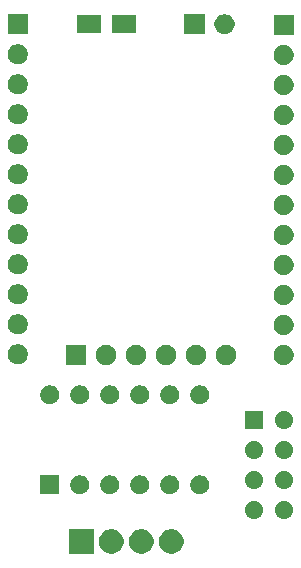
<source format=gbr>
G04 #@! TF.GenerationSoftware,KiCad,Pcbnew,(5.1.5)-3*
G04 #@! TF.CreationDate,2020-07-22T22:43:47-05:00*
G04 #@! TF.ProjectId,LightDriverShieldVer2,4c696768-7444-4726-9976-657253686965,rev?*
G04 #@! TF.SameCoordinates,Original*
G04 #@! TF.FileFunction,Soldermask,Bot*
G04 #@! TF.FilePolarity,Negative*
%FSLAX46Y46*%
G04 Gerber Fmt 4.6, Leading zero omitted, Abs format (unit mm)*
G04 Created by KiCad (PCBNEW (5.1.5)-3) date 2020-07-22 22:43:47*
%MOMM*%
%LPD*%
G04 APERTURE LIST*
%ADD10C,0.100000*%
G04 APERTURE END LIST*
D10*
G36*
X106420000Y-136850000D02*
G01*
X104320000Y-136850000D01*
X104320000Y-134750000D01*
X106420000Y-134750000D01*
X106420000Y-136850000D01*
G37*
G36*
X108038687Y-134755027D02*
G01*
X108216274Y-134790350D01*
X108407362Y-134869502D01*
X108579336Y-134984411D01*
X108725589Y-135130664D01*
X108840498Y-135302638D01*
X108919650Y-135493726D01*
X108960000Y-135696584D01*
X108960000Y-135903416D01*
X108919650Y-136106274D01*
X108840498Y-136297362D01*
X108725589Y-136469336D01*
X108579336Y-136615589D01*
X108407362Y-136730498D01*
X108216274Y-136809650D01*
X108038687Y-136844973D01*
X108013417Y-136850000D01*
X107806583Y-136850000D01*
X107781313Y-136844973D01*
X107603726Y-136809650D01*
X107412638Y-136730498D01*
X107240664Y-136615589D01*
X107094411Y-136469336D01*
X106979502Y-136297362D01*
X106900350Y-136106274D01*
X106860000Y-135903416D01*
X106860000Y-135696584D01*
X106900350Y-135493726D01*
X106979502Y-135302638D01*
X107094411Y-135130664D01*
X107240664Y-134984411D01*
X107412638Y-134869502D01*
X107603726Y-134790350D01*
X107781313Y-134755027D01*
X107806583Y-134750000D01*
X108013417Y-134750000D01*
X108038687Y-134755027D01*
G37*
G36*
X113118687Y-134755027D02*
G01*
X113296274Y-134790350D01*
X113487362Y-134869502D01*
X113659336Y-134984411D01*
X113805589Y-135130664D01*
X113920498Y-135302638D01*
X113999650Y-135493726D01*
X114040000Y-135696584D01*
X114040000Y-135903416D01*
X113999650Y-136106274D01*
X113920498Y-136297362D01*
X113805589Y-136469336D01*
X113659336Y-136615589D01*
X113487362Y-136730498D01*
X113296274Y-136809650D01*
X113118687Y-136844973D01*
X113093417Y-136850000D01*
X112886583Y-136850000D01*
X112861313Y-136844973D01*
X112683726Y-136809650D01*
X112492638Y-136730498D01*
X112320664Y-136615589D01*
X112174411Y-136469336D01*
X112059502Y-136297362D01*
X111980350Y-136106274D01*
X111940000Y-135903416D01*
X111940000Y-135696584D01*
X111980350Y-135493726D01*
X112059502Y-135302638D01*
X112174411Y-135130664D01*
X112320664Y-134984411D01*
X112492638Y-134869502D01*
X112683726Y-134790350D01*
X112861313Y-134755027D01*
X112886583Y-134750000D01*
X113093417Y-134750000D01*
X113118687Y-134755027D01*
G37*
G36*
X110578687Y-134755027D02*
G01*
X110756274Y-134790350D01*
X110947362Y-134869502D01*
X111119336Y-134984411D01*
X111265589Y-135130664D01*
X111380498Y-135302638D01*
X111459650Y-135493726D01*
X111500000Y-135696584D01*
X111500000Y-135903416D01*
X111459650Y-136106274D01*
X111380498Y-136297362D01*
X111265589Y-136469336D01*
X111119336Y-136615589D01*
X110947362Y-136730498D01*
X110756274Y-136809650D01*
X110578687Y-136844973D01*
X110553417Y-136850000D01*
X110346583Y-136850000D01*
X110321313Y-136844973D01*
X110143726Y-136809650D01*
X109952638Y-136730498D01*
X109780664Y-136615589D01*
X109634411Y-136469336D01*
X109519502Y-136297362D01*
X109440350Y-136106274D01*
X109400000Y-135903416D01*
X109400000Y-135696584D01*
X109440350Y-135493726D01*
X109519502Y-135302638D01*
X109634411Y-135130664D01*
X109780664Y-134984411D01*
X109952638Y-134869502D01*
X110143726Y-134790350D01*
X110321313Y-134755027D01*
X110346583Y-134750000D01*
X110553417Y-134750000D01*
X110578687Y-134755027D01*
G37*
G36*
X122713195Y-132377522D02*
G01*
X122762267Y-132387283D01*
X122900942Y-132444724D01*
X123025747Y-132528116D01*
X123131884Y-132634253D01*
X123215276Y-132759058D01*
X123272717Y-132897733D01*
X123302000Y-133044950D01*
X123302000Y-133195050D01*
X123272717Y-133342267D01*
X123215276Y-133480942D01*
X123131884Y-133605747D01*
X123025747Y-133711884D01*
X122900942Y-133795276D01*
X122762267Y-133852717D01*
X122713195Y-133862478D01*
X122615052Y-133882000D01*
X122464948Y-133882000D01*
X122366805Y-133862478D01*
X122317733Y-133852717D01*
X122179058Y-133795276D01*
X122054253Y-133711884D01*
X121948116Y-133605747D01*
X121864724Y-133480942D01*
X121807283Y-133342267D01*
X121778000Y-133195050D01*
X121778000Y-133044950D01*
X121807283Y-132897733D01*
X121864724Y-132759058D01*
X121948116Y-132634253D01*
X122054253Y-132528116D01*
X122179058Y-132444724D01*
X122317733Y-132387283D01*
X122366805Y-132377522D01*
X122464948Y-132358000D01*
X122615052Y-132358000D01*
X122713195Y-132377522D01*
G37*
G36*
X120173195Y-132377522D02*
G01*
X120222267Y-132387283D01*
X120360942Y-132444724D01*
X120485747Y-132528116D01*
X120591884Y-132634253D01*
X120675276Y-132759058D01*
X120732717Y-132897733D01*
X120762000Y-133044950D01*
X120762000Y-133195050D01*
X120732717Y-133342267D01*
X120675276Y-133480942D01*
X120591884Y-133605747D01*
X120485747Y-133711884D01*
X120360942Y-133795276D01*
X120222267Y-133852717D01*
X120173195Y-133862478D01*
X120075052Y-133882000D01*
X119924948Y-133882000D01*
X119826805Y-133862478D01*
X119777733Y-133852717D01*
X119639058Y-133795276D01*
X119514253Y-133711884D01*
X119408116Y-133605747D01*
X119324724Y-133480942D01*
X119267283Y-133342267D01*
X119238000Y-133195050D01*
X119238000Y-133044950D01*
X119267283Y-132897733D01*
X119324724Y-132759058D01*
X119408116Y-132634253D01*
X119514253Y-132528116D01*
X119639058Y-132444724D01*
X119777733Y-132387283D01*
X119826805Y-132377522D01*
X119924948Y-132358000D01*
X120075052Y-132358000D01*
X120173195Y-132377522D01*
G37*
G36*
X113093351Y-130230743D02*
G01*
X113238941Y-130291048D01*
X113369970Y-130378599D01*
X113481401Y-130490030D01*
X113568952Y-130621059D01*
X113629257Y-130766649D01*
X113660000Y-130921206D01*
X113660000Y-131078794D01*
X113629257Y-131233351D01*
X113568952Y-131378941D01*
X113481401Y-131509970D01*
X113369970Y-131621401D01*
X113238941Y-131708952D01*
X113093351Y-131769257D01*
X112938794Y-131800000D01*
X112781206Y-131800000D01*
X112626649Y-131769257D01*
X112481059Y-131708952D01*
X112350030Y-131621401D01*
X112238599Y-131509970D01*
X112151048Y-131378941D01*
X112090743Y-131233351D01*
X112060000Y-131078794D01*
X112060000Y-130921206D01*
X112090743Y-130766649D01*
X112151048Y-130621059D01*
X112238599Y-130490030D01*
X112350030Y-130378599D01*
X112481059Y-130291048D01*
X112626649Y-130230743D01*
X112781206Y-130200000D01*
X112938794Y-130200000D01*
X113093351Y-130230743D01*
G37*
G36*
X115633351Y-130230743D02*
G01*
X115778941Y-130291048D01*
X115909970Y-130378599D01*
X116021401Y-130490030D01*
X116108952Y-130621059D01*
X116169257Y-130766649D01*
X116200000Y-130921206D01*
X116200000Y-131078794D01*
X116169257Y-131233351D01*
X116108952Y-131378941D01*
X116021401Y-131509970D01*
X115909970Y-131621401D01*
X115778941Y-131708952D01*
X115633351Y-131769257D01*
X115478794Y-131800000D01*
X115321206Y-131800000D01*
X115166649Y-131769257D01*
X115021059Y-131708952D01*
X114890030Y-131621401D01*
X114778599Y-131509970D01*
X114691048Y-131378941D01*
X114630743Y-131233351D01*
X114600000Y-131078794D01*
X114600000Y-130921206D01*
X114630743Y-130766649D01*
X114691048Y-130621059D01*
X114778599Y-130490030D01*
X114890030Y-130378599D01*
X115021059Y-130291048D01*
X115166649Y-130230743D01*
X115321206Y-130200000D01*
X115478794Y-130200000D01*
X115633351Y-130230743D01*
G37*
G36*
X110553351Y-130230743D02*
G01*
X110698941Y-130291048D01*
X110829970Y-130378599D01*
X110941401Y-130490030D01*
X111028952Y-130621059D01*
X111089257Y-130766649D01*
X111120000Y-130921206D01*
X111120000Y-131078794D01*
X111089257Y-131233351D01*
X111028952Y-131378941D01*
X110941401Y-131509970D01*
X110829970Y-131621401D01*
X110698941Y-131708952D01*
X110553351Y-131769257D01*
X110398794Y-131800000D01*
X110241206Y-131800000D01*
X110086649Y-131769257D01*
X109941059Y-131708952D01*
X109810030Y-131621401D01*
X109698599Y-131509970D01*
X109611048Y-131378941D01*
X109550743Y-131233351D01*
X109520000Y-131078794D01*
X109520000Y-130921206D01*
X109550743Y-130766649D01*
X109611048Y-130621059D01*
X109698599Y-130490030D01*
X109810030Y-130378599D01*
X109941059Y-130291048D01*
X110086649Y-130230743D01*
X110241206Y-130200000D01*
X110398794Y-130200000D01*
X110553351Y-130230743D01*
G37*
G36*
X108013351Y-130230743D02*
G01*
X108158941Y-130291048D01*
X108289970Y-130378599D01*
X108401401Y-130490030D01*
X108488952Y-130621059D01*
X108549257Y-130766649D01*
X108580000Y-130921206D01*
X108580000Y-131078794D01*
X108549257Y-131233351D01*
X108488952Y-131378941D01*
X108401401Y-131509970D01*
X108289970Y-131621401D01*
X108158941Y-131708952D01*
X108013351Y-131769257D01*
X107858794Y-131800000D01*
X107701206Y-131800000D01*
X107546649Y-131769257D01*
X107401059Y-131708952D01*
X107270030Y-131621401D01*
X107158599Y-131509970D01*
X107071048Y-131378941D01*
X107010743Y-131233351D01*
X106980000Y-131078794D01*
X106980000Y-130921206D01*
X107010743Y-130766649D01*
X107071048Y-130621059D01*
X107158599Y-130490030D01*
X107270030Y-130378599D01*
X107401059Y-130291048D01*
X107546649Y-130230743D01*
X107701206Y-130200000D01*
X107858794Y-130200000D01*
X108013351Y-130230743D01*
G37*
G36*
X105473351Y-130230743D02*
G01*
X105618941Y-130291048D01*
X105749970Y-130378599D01*
X105861401Y-130490030D01*
X105948952Y-130621059D01*
X106009257Y-130766649D01*
X106040000Y-130921206D01*
X106040000Y-131078794D01*
X106009257Y-131233351D01*
X105948952Y-131378941D01*
X105861401Y-131509970D01*
X105749970Y-131621401D01*
X105618941Y-131708952D01*
X105473351Y-131769257D01*
X105318794Y-131800000D01*
X105161206Y-131800000D01*
X105006649Y-131769257D01*
X104861059Y-131708952D01*
X104730030Y-131621401D01*
X104618599Y-131509970D01*
X104531048Y-131378941D01*
X104470743Y-131233351D01*
X104440000Y-131078794D01*
X104440000Y-130921206D01*
X104470743Y-130766649D01*
X104531048Y-130621059D01*
X104618599Y-130490030D01*
X104730030Y-130378599D01*
X104861059Y-130291048D01*
X105006649Y-130230743D01*
X105161206Y-130200000D01*
X105318794Y-130200000D01*
X105473351Y-130230743D01*
G37*
G36*
X103500000Y-131800000D02*
G01*
X101900000Y-131800000D01*
X101900000Y-130200000D01*
X103500000Y-130200000D01*
X103500000Y-131800000D01*
G37*
G36*
X120173195Y-129837522D02*
G01*
X120222267Y-129847283D01*
X120360942Y-129904724D01*
X120485747Y-129988116D01*
X120591884Y-130094253D01*
X120675276Y-130219058D01*
X120732717Y-130357733D01*
X120732717Y-130357734D01*
X120759033Y-130490030D01*
X120762000Y-130504950D01*
X120762000Y-130655050D01*
X120732717Y-130802267D01*
X120675276Y-130940942D01*
X120591884Y-131065747D01*
X120485747Y-131171884D01*
X120360942Y-131255276D01*
X120222267Y-131312717D01*
X120173195Y-131322478D01*
X120075052Y-131342000D01*
X119924948Y-131342000D01*
X119826805Y-131322478D01*
X119777733Y-131312717D01*
X119639058Y-131255276D01*
X119514253Y-131171884D01*
X119408116Y-131065747D01*
X119324724Y-130940942D01*
X119267283Y-130802267D01*
X119238000Y-130655050D01*
X119238000Y-130504950D01*
X119240968Y-130490030D01*
X119267283Y-130357734D01*
X119267283Y-130357733D01*
X119324724Y-130219058D01*
X119408116Y-130094253D01*
X119514253Y-129988116D01*
X119639058Y-129904724D01*
X119777733Y-129847283D01*
X119826805Y-129837522D01*
X119924948Y-129818000D01*
X120075052Y-129818000D01*
X120173195Y-129837522D01*
G37*
G36*
X122713195Y-129837522D02*
G01*
X122762267Y-129847283D01*
X122900942Y-129904724D01*
X123025747Y-129988116D01*
X123131884Y-130094253D01*
X123215276Y-130219058D01*
X123272717Y-130357733D01*
X123272717Y-130357734D01*
X123299033Y-130490030D01*
X123302000Y-130504950D01*
X123302000Y-130655050D01*
X123272717Y-130802267D01*
X123215276Y-130940942D01*
X123131884Y-131065747D01*
X123025747Y-131171884D01*
X122900942Y-131255276D01*
X122762267Y-131312717D01*
X122713195Y-131322478D01*
X122615052Y-131342000D01*
X122464948Y-131342000D01*
X122366805Y-131322478D01*
X122317733Y-131312717D01*
X122179058Y-131255276D01*
X122054253Y-131171884D01*
X121948116Y-131065747D01*
X121864724Y-130940942D01*
X121807283Y-130802267D01*
X121778000Y-130655050D01*
X121778000Y-130504950D01*
X121780968Y-130490030D01*
X121807283Y-130357734D01*
X121807283Y-130357733D01*
X121864724Y-130219058D01*
X121948116Y-130094253D01*
X122054253Y-129988116D01*
X122179058Y-129904724D01*
X122317733Y-129847283D01*
X122366805Y-129837522D01*
X122464948Y-129818000D01*
X122615052Y-129818000D01*
X122713195Y-129837522D01*
G37*
G36*
X120173195Y-127297522D02*
G01*
X120222267Y-127307283D01*
X120360942Y-127364724D01*
X120485747Y-127448116D01*
X120591884Y-127554253D01*
X120675276Y-127679058D01*
X120732717Y-127817733D01*
X120762000Y-127964950D01*
X120762000Y-128115050D01*
X120732717Y-128262267D01*
X120675276Y-128400942D01*
X120591884Y-128525747D01*
X120485747Y-128631884D01*
X120360942Y-128715276D01*
X120222267Y-128772717D01*
X120173195Y-128782478D01*
X120075052Y-128802000D01*
X119924948Y-128802000D01*
X119826805Y-128782478D01*
X119777733Y-128772717D01*
X119639058Y-128715276D01*
X119514253Y-128631884D01*
X119408116Y-128525747D01*
X119324724Y-128400942D01*
X119267283Y-128262267D01*
X119238000Y-128115050D01*
X119238000Y-127964950D01*
X119267283Y-127817733D01*
X119324724Y-127679058D01*
X119408116Y-127554253D01*
X119514253Y-127448116D01*
X119639058Y-127364724D01*
X119777733Y-127307283D01*
X119826805Y-127297522D01*
X119924948Y-127278000D01*
X120075052Y-127278000D01*
X120173195Y-127297522D01*
G37*
G36*
X122713195Y-127297522D02*
G01*
X122762267Y-127307283D01*
X122900942Y-127364724D01*
X123025747Y-127448116D01*
X123131884Y-127554253D01*
X123215276Y-127679058D01*
X123272717Y-127817733D01*
X123302000Y-127964950D01*
X123302000Y-128115050D01*
X123272717Y-128262267D01*
X123215276Y-128400942D01*
X123131884Y-128525747D01*
X123025747Y-128631884D01*
X122900942Y-128715276D01*
X122762267Y-128772717D01*
X122713195Y-128782478D01*
X122615052Y-128802000D01*
X122464948Y-128802000D01*
X122366805Y-128782478D01*
X122317733Y-128772717D01*
X122179058Y-128715276D01*
X122054253Y-128631884D01*
X121948116Y-128525747D01*
X121864724Y-128400942D01*
X121807283Y-128262267D01*
X121778000Y-128115050D01*
X121778000Y-127964950D01*
X121807283Y-127817733D01*
X121864724Y-127679058D01*
X121948116Y-127554253D01*
X122054253Y-127448116D01*
X122179058Y-127364724D01*
X122317733Y-127307283D01*
X122366805Y-127297522D01*
X122464948Y-127278000D01*
X122615052Y-127278000D01*
X122713195Y-127297522D01*
G37*
G36*
X120762000Y-126262000D02*
G01*
X119238000Y-126262000D01*
X119238000Y-124738000D01*
X120762000Y-124738000D01*
X120762000Y-126262000D01*
G37*
G36*
X122713195Y-124757522D02*
G01*
X122762267Y-124767283D01*
X122900942Y-124824724D01*
X123025747Y-124908116D01*
X123131884Y-125014253D01*
X123215276Y-125139058D01*
X123272717Y-125277733D01*
X123302000Y-125424950D01*
X123302000Y-125575050D01*
X123272717Y-125722267D01*
X123215276Y-125860942D01*
X123131884Y-125985747D01*
X123025747Y-126091884D01*
X122900942Y-126175276D01*
X122762267Y-126232717D01*
X122713195Y-126242478D01*
X122615052Y-126262000D01*
X122464948Y-126262000D01*
X122366805Y-126242478D01*
X122317733Y-126232717D01*
X122179058Y-126175276D01*
X122054253Y-126091884D01*
X121948116Y-125985747D01*
X121864724Y-125860942D01*
X121807283Y-125722267D01*
X121778000Y-125575050D01*
X121778000Y-125424950D01*
X121807283Y-125277733D01*
X121864724Y-125139058D01*
X121948116Y-125014253D01*
X122054253Y-124908116D01*
X122179058Y-124824724D01*
X122317733Y-124767283D01*
X122366805Y-124757522D01*
X122464948Y-124738000D01*
X122615052Y-124738000D01*
X122713195Y-124757522D01*
G37*
G36*
X102933351Y-122610743D02*
G01*
X103078941Y-122671048D01*
X103209970Y-122758599D01*
X103321401Y-122870030D01*
X103408952Y-123001059D01*
X103469257Y-123146649D01*
X103500000Y-123301206D01*
X103500000Y-123458794D01*
X103469257Y-123613351D01*
X103408952Y-123758941D01*
X103321401Y-123889970D01*
X103209970Y-124001401D01*
X103078941Y-124088952D01*
X102933351Y-124149257D01*
X102778794Y-124180000D01*
X102621206Y-124180000D01*
X102466649Y-124149257D01*
X102321059Y-124088952D01*
X102190030Y-124001401D01*
X102078599Y-123889970D01*
X101991048Y-123758941D01*
X101930743Y-123613351D01*
X101900000Y-123458794D01*
X101900000Y-123301206D01*
X101930743Y-123146649D01*
X101991048Y-123001059D01*
X102078599Y-122870030D01*
X102190030Y-122758599D01*
X102321059Y-122671048D01*
X102466649Y-122610743D01*
X102621206Y-122580000D01*
X102778794Y-122580000D01*
X102933351Y-122610743D01*
G37*
G36*
X105473351Y-122610743D02*
G01*
X105618941Y-122671048D01*
X105749970Y-122758599D01*
X105861401Y-122870030D01*
X105948952Y-123001059D01*
X106009257Y-123146649D01*
X106040000Y-123301206D01*
X106040000Y-123458794D01*
X106009257Y-123613351D01*
X105948952Y-123758941D01*
X105861401Y-123889970D01*
X105749970Y-124001401D01*
X105618941Y-124088952D01*
X105473351Y-124149257D01*
X105318794Y-124180000D01*
X105161206Y-124180000D01*
X105006649Y-124149257D01*
X104861059Y-124088952D01*
X104730030Y-124001401D01*
X104618599Y-123889970D01*
X104531048Y-123758941D01*
X104470743Y-123613351D01*
X104440000Y-123458794D01*
X104440000Y-123301206D01*
X104470743Y-123146649D01*
X104531048Y-123001059D01*
X104618599Y-122870030D01*
X104730030Y-122758599D01*
X104861059Y-122671048D01*
X105006649Y-122610743D01*
X105161206Y-122580000D01*
X105318794Y-122580000D01*
X105473351Y-122610743D01*
G37*
G36*
X108013351Y-122610743D02*
G01*
X108158941Y-122671048D01*
X108289970Y-122758599D01*
X108401401Y-122870030D01*
X108488952Y-123001059D01*
X108549257Y-123146649D01*
X108580000Y-123301206D01*
X108580000Y-123458794D01*
X108549257Y-123613351D01*
X108488952Y-123758941D01*
X108401401Y-123889970D01*
X108289970Y-124001401D01*
X108158941Y-124088952D01*
X108013351Y-124149257D01*
X107858794Y-124180000D01*
X107701206Y-124180000D01*
X107546649Y-124149257D01*
X107401059Y-124088952D01*
X107270030Y-124001401D01*
X107158599Y-123889970D01*
X107071048Y-123758941D01*
X107010743Y-123613351D01*
X106980000Y-123458794D01*
X106980000Y-123301206D01*
X107010743Y-123146649D01*
X107071048Y-123001059D01*
X107158599Y-122870030D01*
X107270030Y-122758599D01*
X107401059Y-122671048D01*
X107546649Y-122610743D01*
X107701206Y-122580000D01*
X107858794Y-122580000D01*
X108013351Y-122610743D01*
G37*
G36*
X110553351Y-122610743D02*
G01*
X110698941Y-122671048D01*
X110829970Y-122758599D01*
X110941401Y-122870030D01*
X111028952Y-123001059D01*
X111089257Y-123146649D01*
X111120000Y-123301206D01*
X111120000Y-123458794D01*
X111089257Y-123613351D01*
X111028952Y-123758941D01*
X110941401Y-123889970D01*
X110829970Y-124001401D01*
X110698941Y-124088952D01*
X110553351Y-124149257D01*
X110398794Y-124180000D01*
X110241206Y-124180000D01*
X110086649Y-124149257D01*
X109941059Y-124088952D01*
X109810030Y-124001401D01*
X109698599Y-123889970D01*
X109611048Y-123758941D01*
X109550743Y-123613351D01*
X109520000Y-123458794D01*
X109520000Y-123301206D01*
X109550743Y-123146649D01*
X109611048Y-123001059D01*
X109698599Y-122870030D01*
X109810030Y-122758599D01*
X109941059Y-122671048D01*
X110086649Y-122610743D01*
X110241206Y-122580000D01*
X110398794Y-122580000D01*
X110553351Y-122610743D01*
G37*
G36*
X113093351Y-122610743D02*
G01*
X113238941Y-122671048D01*
X113369970Y-122758599D01*
X113481401Y-122870030D01*
X113568952Y-123001059D01*
X113629257Y-123146649D01*
X113660000Y-123301206D01*
X113660000Y-123458794D01*
X113629257Y-123613351D01*
X113568952Y-123758941D01*
X113481401Y-123889970D01*
X113369970Y-124001401D01*
X113238941Y-124088952D01*
X113093351Y-124149257D01*
X112938794Y-124180000D01*
X112781206Y-124180000D01*
X112626649Y-124149257D01*
X112481059Y-124088952D01*
X112350030Y-124001401D01*
X112238599Y-123889970D01*
X112151048Y-123758941D01*
X112090743Y-123613351D01*
X112060000Y-123458794D01*
X112060000Y-123301206D01*
X112090743Y-123146649D01*
X112151048Y-123001059D01*
X112238599Y-122870030D01*
X112350030Y-122758599D01*
X112481059Y-122671048D01*
X112626649Y-122610743D01*
X112781206Y-122580000D01*
X112938794Y-122580000D01*
X113093351Y-122610743D01*
G37*
G36*
X115633351Y-122610743D02*
G01*
X115778941Y-122671048D01*
X115909970Y-122758599D01*
X116021401Y-122870030D01*
X116108952Y-123001059D01*
X116169257Y-123146649D01*
X116200000Y-123301206D01*
X116200000Y-123458794D01*
X116169257Y-123613351D01*
X116108952Y-123758941D01*
X116021401Y-123889970D01*
X115909970Y-124001401D01*
X115778941Y-124088952D01*
X115633351Y-124149257D01*
X115478794Y-124180000D01*
X115321206Y-124180000D01*
X115166649Y-124149257D01*
X115021059Y-124088952D01*
X114890030Y-124001401D01*
X114778599Y-123889970D01*
X114691048Y-123758941D01*
X114630743Y-123613351D01*
X114600000Y-123458794D01*
X114600000Y-123301206D01*
X114630743Y-123146649D01*
X114691048Y-123001059D01*
X114778599Y-122870030D01*
X114890030Y-122758599D01*
X115021059Y-122671048D01*
X115166649Y-122610743D01*
X115321206Y-122580000D01*
X115478794Y-122580000D01*
X115633351Y-122610743D01*
G37*
G36*
X107707935Y-119182664D02*
G01*
X107862624Y-119246739D01*
X107862626Y-119246740D01*
X108001844Y-119339762D01*
X108120238Y-119458156D01*
X108213260Y-119597374D01*
X108213261Y-119597376D01*
X108277336Y-119752065D01*
X108310000Y-119916281D01*
X108310000Y-120083719D01*
X108277336Y-120247935D01*
X108238114Y-120342624D01*
X108213260Y-120402626D01*
X108120238Y-120541844D01*
X108001844Y-120660238D01*
X107862626Y-120753260D01*
X107862625Y-120753261D01*
X107862624Y-120753261D01*
X107707935Y-120817336D01*
X107543719Y-120850000D01*
X107376281Y-120850000D01*
X107212065Y-120817336D01*
X107057376Y-120753261D01*
X107057375Y-120753261D01*
X107057374Y-120753260D01*
X106918156Y-120660238D01*
X106799762Y-120541844D01*
X106706740Y-120402626D01*
X106681886Y-120342624D01*
X106642664Y-120247935D01*
X106610000Y-120083719D01*
X106610000Y-119916281D01*
X106642664Y-119752065D01*
X106706739Y-119597376D01*
X106706740Y-119597374D01*
X106799762Y-119458156D01*
X106918156Y-119339762D01*
X107057374Y-119246740D01*
X107057376Y-119246739D01*
X107212065Y-119182664D01*
X107376281Y-119150000D01*
X107543719Y-119150000D01*
X107707935Y-119182664D01*
G37*
G36*
X105770000Y-120850000D02*
G01*
X104070000Y-120850000D01*
X104070000Y-119150000D01*
X105770000Y-119150000D01*
X105770000Y-120850000D01*
G37*
G36*
X110247935Y-119182664D02*
G01*
X110402624Y-119246739D01*
X110402626Y-119246740D01*
X110541844Y-119339762D01*
X110660238Y-119458156D01*
X110753260Y-119597374D01*
X110753261Y-119597376D01*
X110817336Y-119752065D01*
X110850000Y-119916281D01*
X110850000Y-120083719D01*
X110817336Y-120247935D01*
X110778114Y-120342624D01*
X110753260Y-120402626D01*
X110660238Y-120541844D01*
X110541844Y-120660238D01*
X110402626Y-120753260D01*
X110402625Y-120753261D01*
X110402624Y-120753261D01*
X110247935Y-120817336D01*
X110083719Y-120850000D01*
X109916281Y-120850000D01*
X109752065Y-120817336D01*
X109597376Y-120753261D01*
X109597375Y-120753261D01*
X109597374Y-120753260D01*
X109458156Y-120660238D01*
X109339762Y-120541844D01*
X109246740Y-120402626D01*
X109221886Y-120342624D01*
X109182664Y-120247935D01*
X109150000Y-120083719D01*
X109150000Y-119916281D01*
X109182664Y-119752065D01*
X109246739Y-119597376D01*
X109246740Y-119597374D01*
X109339762Y-119458156D01*
X109458156Y-119339762D01*
X109597374Y-119246740D01*
X109597376Y-119246739D01*
X109752065Y-119182664D01*
X109916281Y-119150000D01*
X110083719Y-119150000D01*
X110247935Y-119182664D01*
G37*
G36*
X115327935Y-119182664D02*
G01*
X115482624Y-119246739D01*
X115482626Y-119246740D01*
X115621844Y-119339762D01*
X115740238Y-119458156D01*
X115833260Y-119597374D01*
X115833261Y-119597376D01*
X115897336Y-119752065D01*
X115930000Y-119916281D01*
X115930000Y-120083719D01*
X115897336Y-120247935D01*
X115858114Y-120342624D01*
X115833260Y-120402626D01*
X115740238Y-120541844D01*
X115621844Y-120660238D01*
X115482626Y-120753260D01*
X115482625Y-120753261D01*
X115482624Y-120753261D01*
X115327935Y-120817336D01*
X115163719Y-120850000D01*
X114996281Y-120850000D01*
X114832065Y-120817336D01*
X114677376Y-120753261D01*
X114677375Y-120753261D01*
X114677374Y-120753260D01*
X114538156Y-120660238D01*
X114419762Y-120541844D01*
X114326740Y-120402626D01*
X114301886Y-120342624D01*
X114262664Y-120247935D01*
X114230000Y-120083719D01*
X114230000Y-119916281D01*
X114262664Y-119752065D01*
X114326739Y-119597376D01*
X114326740Y-119597374D01*
X114419762Y-119458156D01*
X114538156Y-119339762D01*
X114677374Y-119246740D01*
X114677376Y-119246739D01*
X114832065Y-119182664D01*
X114996281Y-119150000D01*
X115163719Y-119150000D01*
X115327935Y-119182664D01*
G37*
G36*
X122747935Y-119182664D02*
G01*
X122902624Y-119246739D01*
X122902626Y-119246740D01*
X123041844Y-119339762D01*
X123160238Y-119458156D01*
X123253260Y-119597374D01*
X123253261Y-119597376D01*
X123317336Y-119752065D01*
X123350000Y-119916281D01*
X123350000Y-120083719D01*
X123317336Y-120247935D01*
X123278114Y-120342624D01*
X123253260Y-120402626D01*
X123160238Y-120541844D01*
X123041844Y-120660238D01*
X122902626Y-120753260D01*
X122902625Y-120753261D01*
X122902624Y-120753261D01*
X122747935Y-120817336D01*
X122583719Y-120850000D01*
X122416281Y-120850000D01*
X122252065Y-120817336D01*
X122097376Y-120753261D01*
X122097375Y-120753261D01*
X122097374Y-120753260D01*
X121958156Y-120660238D01*
X121839762Y-120541844D01*
X121746740Y-120402626D01*
X121721886Y-120342624D01*
X121682664Y-120247935D01*
X121650000Y-120083719D01*
X121650000Y-119916281D01*
X121682664Y-119752065D01*
X121746739Y-119597376D01*
X121746740Y-119597374D01*
X121839762Y-119458156D01*
X121958156Y-119339762D01*
X122097374Y-119246740D01*
X122097376Y-119246739D01*
X122252065Y-119182664D01*
X122416281Y-119150000D01*
X122583719Y-119150000D01*
X122747935Y-119182664D01*
G37*
G36*
X117867935Y-119182664D02*
G01*
X118022624Y-119246739D01*
X118022626Y-119246740D01*
X118161844Y-119339762D01*
X118280238Y-119458156D01*
X118373260Y-119597374D01*
X118373261Y-119597376D01*
X118437336Y-119752065D01*
X118470000Y-119916281D01*
X118470000Y-120083719D01*
X118437336Y-120247935D01*
X118398114Y-120342624D01*
X118373260Y-120402626D01*
X118280238Y-120541844D01*
X118161844Y-120660238D01*
X118022626Y-120753260D01*
X118022625Y-120753261D01*
X118022624Y-120753261D01*
X117867935Y-120817336D01*
X117703719Y-120850000D01*
X117536281Y-120850000D01*
X117372065Y-120817336D01*
X117217376Y-120753261D01*
X117217375Y-120753261D01*
X117217374Y-120753260D01*
X117078156Y-120660238D01*
X116959762Y-120541844D01*
X116866740Y-120402626D01*
X116841886Y-120342624D01*
X116802664Y-120247935D01*
X116770000Y-120083719D01*
X116770000Y-119916281D01*
X116802664Y-119752065D01*
X116866739Y-119597376D01*
X116866740Y-119597374D01*
X116959762Y-119458156D01*
X117078156Y-119339762D01*
X117217374Y-119246740D01*
X117217376Y-119246739D01*
X117372065Y-119182664D01*
X117536281Y-119150000D01*
X117703719Y-119150000D01*
X117867935Y-119182664D01*
G37*
G36*
X112787935Y-119182664D02*
G01*
X112942624Y-119246739D01*
X112942626Y-119246740D01*
X113081844Y-119339762D01*
X113200238Y-119458156D01*
X113293260Y-119597374D01*
X113293261Y-119597376D01*
X113357336Y-119752065D01*
X113390000Y-119916281D01*
X113390000Y-120083719D01*
X113357336Y-120247935D01*
X113318114Y-120342624D01*
X113293260Y-120402626D01*
X113200238Y-120541844D01*
X113081844Y-120660238D01*
X112942626Y-120753260D01*
X112942625Y-120753261D01*
X112942624Y-120753261D01*
X112787935Y-120817336D01*
X112623719Y-120850000D01*
X112456281Y-120850000D01*
X112292065Y-120817336D01*
X112137376Y-120753261D01*
X112137375Y-120753261D01*
X112137374Y-120753260D01*
X111998156Y-120660238D01*
X111879762Y-120541844D01*
X111786740Y-120402626D01*
X111761886Y-120342624D01*
X111722664Y-120247935D01*
X111690000Y-120083719D01*
X111690000Y-119916281D01*
X111722664Y-119752065D01*
X111786739Y-119597376D01*
X111786740Y-119597374D01*
X111879762Y-119458156D01*
X111998156Y-119339762D01*
X112137374Y-119246740D01*
X112137376Y-119246739D01*
X112292065Y-119182664D01*
X112456281Y-119150000D01*
X112623719Y-119150000D01*
X112787935Y-119182664D01*
G37*
G36*
X100247935Y-119122664D02*
G01*
X100402624Y-119186739D01*
X100402626Y-119186740D01*
X100541844Y-119279762D01*
X100660238Y-119398156D01*
X100700329Y-119458157D01*
X100753261Y-119537376D01*
X100817336Y-119692065D01*
X100850000Y-119856281D01*
X100850000Y-120023719D01*
X100817336Y-120187935D01*
X100792482Y-120247936D01*
X100753260Y-120342626D01*
X100660238Y-120481844D01*
X100541844Y-120600238D01*
X100402626Y-120693260D01*
X100402625Y-120693261D01*
X100402624Y-120693261D01*
X100247935Y-120757336D01*
X100083719Y-120790000D01*
X99916281Y-120790000D01*
X99752065Y-120757336D01*
X99597376Y-120693261D01*
X99597375Y-120693261D01*
X99597374Y-120693260D01*
X99458156Y-120600238D01*
X99339762Y-120481844D01*
X99246740Y-120342626D01*
X99207518Y-120247936D01*
X99182664Y-120187935D01*
X99150000Y-120023719D01*
X99150000Y-119856281D01*
X99182664Y-119692065D01*
X99246739Y-119537376D01*
X99299671Y-119458157D01*
X99339762Y-119398156D01*
X99458156Y-119279762D01*
X99597374Y-119186740D01*
X99597376Y-119186739D01*
X99752065Y-119122664D01*
X99916281Y-119090000D01*
X100083719Y-119090000D01*
X100247935Y-119122664D01*
G37*
G36*
X122747935Y-116642664D02*
G01*
X122902624Y-116706739D01*
X122902626Y-116706740D01*
X123041844Y-116799762D01*
X123160238Y-116918156D01*
X123253260Y-117057374D01*
X123253261Y-117057376D01*
X123317336Y-117212065D01*
X123350000Y-117376281D01*
X123350000Y-117543719D01*
X123317336Y-117707935D01*
X123278114Y-117802624D01*
X123253260Y-117862626D01*
X123160238Y-118001844D01*
X123041844Y-118120238D01*
X122902626Y-118213260D01*
X122902625Y-118213261D01*
X122902624Y-118213261D01*
X122747935Y-118277336D01*
X122583719Y-118310000D01*
X122416281Y-118310000D01*
X122252065Y-118277336D01*
X122097376Y-118213261D01*
X122097375Y-118213261D01*
X122097374Y-118213260D01*
X121958156Y-118120238D01*
X121839762Y-118001844D01*
X121746740Y-117862626D01*
X121721886Y-117802624D01*
X121682664Y-117707935D01*
X121650000Y-117543719D01*
X121650000Y-117376281D01*
X121682664Y-117212065D01*
X121746739Y-117057376D01*
X121746740Y-117057374D01*
X121839762Y-116918156D01*
X121958156Y-116799762D01*
X122097374Y-116706740D01*
X122097376Y-116706739D01*
X122252065Y-116642664D01*
X122416281Y-116610000D01*
X122583719Y-116610000D01*
X122747935Y-116642664D01*
G37*
G36*
X100247935Y-116582664D02*
G01*
X100402624Y-116646739D01*
X100402626Y-116646740D01*
X100541844Y-116739762D01*
X100660238Y-116858156D01*
X100700329Y-116918157D01*
X100753261Y-116997376D01*
X100817336Y-117152065D01*
X100850000Y-117316281D01*
X100850000Y-117483719D01*
X100817336Y-117647935D01*
X100792482Y-117707936D01*
X100753260Y-117802626D01*
X100660238Y-117941844D01*
X100541844Y-118060238D01*
X100402626Y-118153260D01*
X100402625Y-118153261D01*
X100402624Y-118153261D01*
X100247935Y-118217336D01*
X100083719Y-118250000D01*
X99916281Y-118250000D01*
X99752065Y-118217336D01*
X99597376Y-118153261D01*
X99597375Y-118153261D01*
X99597374Y-118153260D01*
X99458156Y-118060238D01*
X99339762Y-117941844D01*
X99246740Y-117802626D01*
X99207518Y-117707936D01*
X99182664Y-117647935D01*
X99150000Y-117483719D01*
X99150000Y-117316281D01*
X99182664Y-117152065D01*
X99246739Y-116997376D01*
X99299671Y-116918157D01*
X99339762Y-116858156D01*
X99458156Y-116739762D01*
X99597374Y-116646740D01*
X99597376Y-116646739D01*
X99752065Y-116582664D01*
X99916281Y-116550000D01*
X100083719Y-116550000D01*
X100247935Y-116582664D01*
G37*
G36*
X122747935Y-114102664D02*
G01*
X122902624Y-114166739D01*
X122902626Y-114166740D01*
X123041844Y-114259762D01*
X123160238Y-114378156D01*
X123253260Y-114517374D01*
X123253261Y-114517376D01*
X123317336Y-114672065D01*
X123350000Y-114836281D01*
X123350000Y-115003719D01*
X123317336Y-115167935D01*
X123278114Y-115262624D01*
X123253260Y-115322626D01*
X123160238Y-115461844D01*
X123041844Y-115580238D01*
X122902626Y-115673260D01*
X122902625Y-115673261D01*
X122902624Y-115673261D01*
X122747935Y-115737336D01*
X122583719Y-115770000D01*
X122416281Y-115770000D01*
X122252065Y-115737336D01*
X122097376Y-115673261D01*
X122097375Y-115673261D01*
X122097374Y-115673260D01*
X121958156Y-115580238D01*
X121839762Y-115461844D01*
X121746740Y-115322626D01*
X121721886Y-115262624D01*
X121682664Y-115167935D01*
X121650000Y-115003719D01*
X121650000Y-114836281D01*
X121682664Y-114672065D01*
X121746739Y-114517376D01*
X121746740Y-114517374D01*
X121839762Y-114378156D01*
X121958156Y-114259762D01*
X122097374Y-114166740D01*
X122097376Y-114166739D01*
X122252065Y-114102664D01*
X122416281Y-114070000D01*
X122583719Y-114070000D01*
X122747935Y-114102664D01*
G37*
G36*
X100247935Y-114042664D02*
G01*
X100402624Y-114106739D01*
X100402626Y-114106740D01*
X100541844Y-114199762D01*
X100660238Y-114318156D01*
X100700329Y-114378157D01*
X100753261Y-114457376D01*
X100817336Y-114612065D01*
X100850000Y-114776281D01*
X100850000Y-114943719D01*
X100817336Y-115107935D01*
X100792482Y-115167936D01*
X100753260Y-115262626D01*
X100660238Y-115401844D01*
X100541844Y-115520238D01*
X100402626Y-115613260D01*
X100402625Y-115613261D01*
X100402624Y-115613261D01*
X100247935Y-115677336D01*
X100083719Y-115710000D01*
X99916281Y-115710000D01*
X99752065Y-115677336D01*
X99597376Y-115613261D01*
X99597375Y-115613261D01*
X99597374Y-115613260D01*
X99458156Y-115520238D01*
X99339762Y-115401844D01*
X99246740Y-115262626D01*
X99207518Y-115167936D01*
X99182664Y-115107935D01*
X99150000Y-114943719D01*
X99150000Y-114776281D01*
X99182664Y-114612065D01*
X99246739Y-114457376D01*
X99299671Y-114378157D01*
X99339762Y-114318156D01*
X99458156Y-114199762D01*
X99597374Y-114106740D01*
X99597376Y-114106739D01*
X99752065Y-114042664D01*
X99916281Y-114010000D01*
X100083719Y-114010000D01*
X100247935Y-114042664D01*
G37*
G36*
X122747935Y-111562664D02*
G01*
X122902624Y-111626739D01*
X122902626Y-111626740D01*
X123041844Y-111719762D01*
X123160238Y-111838156D01*
X123253260Y-111977374D01*
X123253261Y-111977376D01*
X123317336Y-112132065D01*
X123350000Y-112296281D01*
X123350000Y-112463719D01*
X123317336Y-112627935D01*
X123278114Y-112722624D01*
X123253260Y-112782626D01*
X123160238Y-112921844D01*
X123041844Y-113040238D01*
X122902626Y-113133260D01*
X122902625Y-113133261D01*
X122902624Y-113133261D01*
X122747935Y-113197336D01*
X122583719Y-113230000D01*
X122416281Y-113230000D01*
X122252065Y-113197336D01*
X122097376Y-113133261D01*
X122097375Y-113133261D01*
X122097374Y-113133260D01*
X121958156Y-113040238D01*
X121839762Y-112921844D01*
X121746740Y-112782626D01*
X121721886Y-112722624D01*
X121682664Y-112627935D01*
X121650000Y-112463719D01*
X121650000Y-112296281D01*
X121682664Y-112132065D01*
X121746739Y-111977376D01*
X121746740Y-111977374D01*
X121839762Y-111838156D01*
X121958156Y-111719762D01*
X122097374Y-111626740D01*
X122097376Y-111626739D01*
X122252065Y-111562664D01*
X122416281Y-111530000D01*
X122583719Y-111530000D01*
X122747935Y-111562664D01*
G37*
G36*
X100247935Y-111502664D02*
G01*
X100402624Y-111566739D01*
X100402626Y-111566740D01*
X100541844Y-111659762D01*
X100660238Y-111778156D01*
X100700329Y-111838157D01*
X100753261Y-111917376D01*
X100817336Y-112072065D01*
X100850000Y-112236281D01*
X100850000Y-112403719D01*
X100817336Y-112567935D01*
X100792482Y-112627936D01*
X100753260Y-112722626D01*
X100660238Y-112861844D01*
X100541844Y-112980238D01*
X100402626Y-113073260D01*
X100402625Y-113073261D01*
X100402624Y-113073261D01*
X100247935Y-113137336D01*
X100083719Y-113170000D01*
X99916281Y-113170000D01*
X99752065Y-113137336D01*
X99597376Y-113073261D01*
X99597375Y-113073261D01*
X99597374Y-113073260D01*
X99458156Y-112980238D01*
X99339762Y-112861844D01*
X99246740Y-112722626D01*
X99207518Y-112627936D01*
X99182664Y-112567935D01*
X99150000Y-112403719D01*
X99150000Y-112236281D01*
X99182664Y-112072065D01*
X99246739Y-111917376D01*
X99299671Y-111838157D01*
X99339762Y-111778156D01*
X99458156Y-111659762D01*
X99597374Y-111566740D01*
X99597376Y-111566739D01*
X99752065Y-111502664D01*
X99916281Y-111470000D01*
X100083719Y-111470000D01*
X100247935Y-111502664D01*
G37*
G36*
X122747935Y-109022664D02*
G01*
X122902624Y-109086739D01*
X122902626Y-109086740D01*
X123041844Y-109179762D01*
X123160238Y-109298156D01*
X123253260Y-109437374D01*
X123253261Y-109437376D01*
X123317336Y-109592065D01*
X123350000Y-109756281D01*
X123350000Y-109923719D01*
X123317336Y-110087935D01*
X123278114Y-110182624D01*
X123253260Y-110242626D01*
X123160238Y-110381844D01*
X123041844Y-110500238D01*
X122902626Y-110593260D01*
X122902625Y-110593261D01*
X122902624Y-110593261D01*
X122747935Y-110657336D01*
X122583719Y-110690000D01*
X122416281Y-110690000D01*
X122252065Y-110657336D01*
X122097376Y-110593261D01*
X122097375Y-110593261D01*
X122097374Y-110593260D01*
X121958156Y-110500238D01*
X121839762Y-110381844D01*
X121746740Y-110242626D01*
X121721886Y-110182624D01*
X121682664Y-110087935D01*
X121650000Y-109923719D01*
X121650000Y-109756281D01*
X121682664Y-109592065D01*
X121746739Y-109437376D01*
X121746740Y-109437374D01*
X121839762Y-109298156D01*
X121958156Y-109179762D01*
X122097374Y-109086740D01*
X122097376Y-109086739D01*
X122252065Y-109022664D01*
X122416281Y-108990000D01*
X122583719Y-108990000D01*
X122747935Y-109022664D01*
G37*
G36*
X100247935Y-108962664D02*
G01*
X100402624Y-109026739D01*
X100402626Y-109026740D01*
X100541844Y-109119762D01*
X100660238Y-109238156D01*
X100700329Y-109298157D01*
X100753261Y-109377376D01*
X100817336Y-109532065D01*
X100850000Y-109696281D01*
X100850000Y-109863719D01*
X100817336Y-110027935D01*
X100792482Y-110087936D01*
X100753260Y-110182626D01*
X100660238Y-110321844D01*
X100541844Y-110440238D01*
X100402626Y-110533260D01*
X100402625Y-110533261D01*
X100402624Y-110533261D01*
X100247935Y-110597336D01*
X100083719Y-110630000D01*
X99916281Y-110630000D01*
X99752065Y-110597336D01*
X99597376Y-110533261D01*
X99597375Y-110533261D01*
X99597374Y-110533260D01*
X99458156Y-110440238D01*
X99339762Y-110321844D01*
X99246740Y-110182626D01*
X99207518Y-110087936D01*
X99182664Y-110027935D01*
X99150000Y-109863719D01*
X99150000Y-109696281D01*
X99182664Y-109532065D01*
X99246739Y-109377376D01*
X99299671Y-109298157D01*
X99339762Y-109238156D01*
X99458156Y-109119762D01*
X99597374Y-109026740D01*
X99597376Y-109026739D01*
X99752065Y-108962664D01*
X99916281Y-108930000D01*
X100083719Y-108930000D01*
X100247935Y-108962664D01*
G37*
G36*
X122747935Y-106482664D02*
G01*
X122902624Y-106546739D01*
X122902626Y-106546740D01*
X123041844Y-106639762D01*
X123160238Y-106758156D01*
X123253260Y-106897374D01*
X123253261Y-106897376D01*
X123317336Y-107052065D01*
X123350000Y-107216281D01*
X123350000Y-107383719D01*
X123317336Y-107547935D01*
X123278114Y-107642624D01*
X123253260Y-107702626D01*
X123160238Y-107841844D01*
X123041844Y-107960238D01*
X122902626Y-108053260D01*
X122902625Y-108053261D01*
X122902624Y-108053261D01*
X122747935Y-108117336D01*
X122583719Y-108150000D01*
X122416281Y-108150000D01*
X122252065Y-108117336D01*
X122097376Y-108053261D01*
X122097375Y-108053261D01*
X122097374Y-108053260D01*
X121958156Y-107960238D01*
X121839762Y-107841844D01*
X121746740Y-107702626D01*
X121721886Y-107642624D01*
X121682664Y-107547935D01*
X121650000Y-107383719D01*
X121650000Y-107216281D01*
X121682664Y-107052065D01*
X121746739Y-106897376D01*
X121746740Y-106897374D01*
X121839762Y-106758156D01*
X121958156Y-106639762D01*
X122097374Y-106546740D01*
X122097376Y-106546739D01*
X122252065Y-106482664D01*
X122416281Y-106450000D01*
X122583719Y-106450000D01*
X122747935Y-106482664D01*
G37*
G36*
X100247935Y-106422664D02*
G01*
X100402624Y-106486739D01*
X100402626Y-106486740D01*
X100541844Y-106579762D01*
X100660238Y-106698156D01*
X100700329Y-106758157D01*
X100753261Y-106837376D01*
X100817336Y-106992065D01*
X100850000Y-107156281D01*
X100850000Y-107323719D01*
X100817336Y-107487935D01*
X100792482Y-107547936D01*
X100753260Y-107642626D01*
X100660238Y-107781844D01*
X100541844Y-107900238D01*
X100402626Y-107993260D01*
X100402625Y-107993261D01*
X100402624Y-107993261D01*
X100247935Y-108057336D01*
X100083719Y-108090000D01*
X99916281Y-108090000D01*
X99752065Y-108057336D01*
X99597376Y-107993261D01*
X99597375Y-107993261D01*
X99597374Y-107993260D01*
X99458156Y-107900238D01*
X99339762Y-107781844D01*
X99246740Y-107642626D01*
X99207518Y-107547936D01*
X99182664Y-107487935D01*
X99150000Y-107323719D01*
X99150000Y-107156281D01*
X99182664Y-106992065D01*
X99246739Y-106837376D01*
X99299671Y-106758157D01*
X99339762Y-106698156D01*
X99458156Y-106579762D01*
X99597374Y-106486740D01*
X99597376Y-106486739D01*
X99752065Y-106422664D01*
X99916281Y-106390000D01*
X100083719Y-106390000D01*
X100247935Y-106422664D01*
G37*
G36*
X122747935Y-103942664D02*
G01*
X122902624Y-104006739D01*
X122902626Y-104006740D01*
X123041844Y-104099762D01*
X123160238Y-104218156D01*
X123253260Y-104357374D01*
X123253261Y-104357376D01*
X123317336Y-104512065D01*
X123350000Y-104676281D01*
X123350000Y-104843719D01*
X123317336Y-105007935D01*
X123278114Y-105102624D01*
X123253260Y-105162626D01*
X123160238Y-105301844D01*
X123041844Y-105420238D01*
X122902626Y-105513260D01*
X122902625Y-105513261D01*
X122902624Y-105513261D01*
X122747935Y-105577336D01*
X122583719Y-105610000D01*
X122416281Y-105610000D01*
X122252065Y-105577336D01*
X122097376Y-105513261D01*
X122097375Y-105513261D01*
X122097374Y-105513260D01*
X121958156Y-105420238D01*
X121839762Y-105301844D01*
X121746740Y-105162626D01*
X121721886Y-105102624D01*
X121682664Y-105007935D01*
X121650000Y-104843719D01*
X121650000Y-104676281D01*
X121682664Y-104512065D01*
X121746739Y-104357376D01*
X121746740Y-104357374D01*
X121839762Y-104218156D01*
X121958156Y-104099762D01*
X122097374Y-104006740D01*
X122097376Y-104006739D01*
X122252065Y-103942664D01*
X122416281Y-103910000D01*
X122583719Y-103910000D01*
X122747935Y-103942664D01*
G37*
G36*
X100247935Y-103882664D02*
G01*
X100402624Y-103946739D01*
X100402626Y-103946740D01*
X100541844Y-104039762D01*
X100660238Y-104158156D01*
X100700329Y-104218157D01*
X100753261Y-104297376D01*
X100817336Y-104452065D01*
X100850000Y-104616281D01*
X100850000Y-104783719D01*
X100817336Y-104947935D01*
X100792482Y-105007936D01*
X100753260Y-105102626D01*
X100660238Y-105241844D01*
X100541844Y-105360238D01*
X100402626Y-105453260D01*
X100402625Y-105453261D01*
X100402624Y-105453261D01*
X100247935Y-105517336D01*
X100083719Y-105550000D01*
X99916281Y-105550000D01*
X99752065Y-105517336D01*
X99597376Y-105453261D01*
X99597375Y-105453261D01*
X99597374Y-105453260D01*
X99458156Y-105360238D01*
X99339762Y-105241844D01*
X99246740Y-105102626D01*
X99207518Y-105007936D01*
X99182664Y-104947935D01*
X99150000Y-104783719D01*
X99150000Y-104616281D01*
X99182664Y-104452065D01*
X99246739Y-104297376D01*
X99299671Y-104218157D01*
X99339762Y-104158156D01*
X99458156Y-104039762D01*
X99597374Y-103946740D01*
X99597376Y-103946739D01*
X99752065Y-103882664D01*
X99916281Y-103850000D01*
X100083719Y-103850000D01*
X100247935Y-103882664D01*
G37*
G36*
X122747935Y-101402664D02*
G01*
X122902624Y-101466739D01*
X122902626Y-101466740D01*
X123041844Y-101559762D01*
X123160238Y-101678156D01*
X123253260Y-101817374D01*
X123253261Y-101817376D01*
X123317336Y-101972065D01*
X123350000Y-102136281D01*
X123350000Y-102303719D01*
X123317336Y-102467935D01*
X123278114Y-102562624D01*
X123253260Y-102622626D01*
X123160238Y-102761844D01*
X123041844Y-102880238D01*
X122902626Y-102973260D01*
X122902625Y-102973261D01*
X122902624Y-102973261D01*
X122747935Y-103037336D01*
X122583719Y-103070000D01*
X122416281Y-103070000D01*
X122252065Y-103037336D01*
X122097376Y-102973261D01*
X122097375Y-102973261D01*
X122097374Y-102973260D01*
X121958156Y-102880238D01*
X121839762Y-102761844D01*
X121746740Y-102622626D01*
X121721886Y-102562624D01*
X121682664Y-102467935D01*
X121650000Y-102303719D01*
X121650000Y-102136281D01*
X121682664Y-101972065D01*
X121746739Y-101817376D01*
X121746740Y-101817374D01*
X121839762Y-101678156D01*
X121958156Y-101559762D01*
X122097374Y-101466740D01*
X122097376Y-101466739D01*
X122252065Y-101402664D01*
X122416281Y-101370000D01*
X122583719Y-101370000D01*
X122747935Y-101402664D01*
G37*
G36*
X100247935Y-101342664D02*
G01*
X100402624Y-101406739D01*
X100402626Y-101406740D01*
X100541844Y-101499762D01*
X100660238Y-101618156D01*
X100700329Y-101678157D01*
X100753261Y-101757376D01*
X100817336Y-101912065D01*
X100850000Y-102076281D01*
X100850000Y-102243719D01*
X100817336Y-102407935D01*
X100792482Y-102467936D01*
X100753260Y-102562626D01*
X100660238Y-102701844D01*
X100541844Y-102820238D01*
X100402626Y-102913260D01*
X100402625Y-102913261D01*
X100402624Y-102913261D01*
X100247935Y-102977336D01*
X100083719Y-103010000D01*
X99916281Y-103010000D01*
X99752065Y-102977336D01*
X99597376Y-102913261D01*
X99597375Y-102913261D01*
X99597374Y-102913260D01*
X99458156Y-102820238D01*
X99339762Y-102701844D01*
X99246740Y-102562626D01*
X99207518Y-102467936D01*
X99182664Y-102407935D01*
X99150000Y-102243719D01*
X99150000Y-102076281D01*
X99182664Y-101912065D01*
X99246739Y-101757376D01*
X99299671Y-101678157D01*
X99339762Y-101618156D01*
X99458156Y-101499762D01*
X99597374Y-101406740D01*
X99597376Y-101406739D01*
X99752065Y-101342664D01*
X99916281Y-101310000D01*
X100083719Y-101310000D01*
X100247935Y-101342664D01*
G37*
G36*
X122747935Y-98862664D02*
G01*
X122902624Y-98926739D01*
X122902626Y-98926740D01*
X123041844Y-99019762D01*
X123160238Y-99138156D01*
X123253260Y-99277374D01*
X123253261Y-99277376D01*
X123317336Y-99432065D01*
X123350000Y-99596281D01*
X123350000Y-99763719D01*
X123317336Y-99927935D01*
X123278114Y-100022624D01*
X123253260Y-100082626D01*
X123160238Y-100221844D01*
X123041844Y-100340238D01*
X122902626Y-100433260D01*
X122902625Y-100433261D01*
X122902624Y-100433261D01*
X122747935Y-100497336D01*
X122583719Y-100530000D01*
X122416281Y-100530000D01*
X122252065Y-100497336D01*
X122097376Y-100433261D01*
X122097375Y-100433261D01*
X122097374Y-100433260D01*
X121958156Y-100340238D01*
X121839762Y-100221844D01*
X121746740Y-100082626D01*
X121721886Y-100022624D01*
X121682664Y-99927935D01*
X121650000Y-99763719D01*
X121650000Y-99596281D01*
X121682664Y-99432065D01*
X121746739Y-99277376D01*
X121746740Y-99277374D01*
X121839762Y-99138156D01*
X121958156Y-99019762D01*
X122097374Y-98926740D01*
X122097376Y-98926739D01*
X122252065Y-98862664D01*
X122416281Y-98830000D01*
X122583719Y-98830000D01*
X122747935Y-98862664D01*
G37*
G36*
X100247935Y-98802664D02*
G01*
X100402624Y-98866739D01*
X100402626Y-98866740D01*
X100541844Y-98959762D01*
X100660238Y-99078156D01*
X100700329Y-99138157D01*
X100753261Y-99217376D01*
X100817336Y-99372065D01*
X100850000Y-99536281D01*
X100850000Y-99703719D01*
X100817336Y-99867935D01*
X100792482Y-99927936D01*
X100753260Y-100022626D01*
X100660238Y-100161844D01*
X100541844Y-100280238D01*
X100402626Y-100373260D01*
X100402625Y-100373261D01*
X100402624Y-100373261D01*
X100247935Y-100437336D01*
X100083719Y-100470000D01*
X99916281Y-100470000D01*
X99752065Y-100437336D01*
X99597376Y-100373261D01*
X99597375Y-100373261D01*
X99597374Y-100373260D01*
X99458156Y-100280238D01*
X99339762Y-100161844D01*
X99246740Y-100022626D01*
X99207518Y-99927936D01*
X99182664Y-99867935D01*
X99150000Y-99703719D01*
X99150000Y-99536281D01*
X99182664Y-99372065D01*
X99246739Y-99217376D01*
X99299671Y-99138157D01*
X99339762Y-99078156D01*
X99458156Y-98959762D01*
X99597374Y-98866740D01*
X99597376Y-98866739D01*
X99752065Y-98802664D01*
X99916281Y-98770000D01*
X100083719Y-98770000D01*
X100247935Y-98802664D01*
G37*
G36*
X122747935Y-96322664D02*
G01*
X122902624Y-96386739D01*
X122902626Y-96386740D01*
X123041844Y-96479762D01*
X123160238Y-96598156D01*
X123253260Y-96737374D01*
X123253261Y-96737376D01*
X123317336Y-96892065D01*
X123350000Y-97056281D01*
X123350000Y-97223719D01*
X123317336Y-97387935D01*
X123278114Y-97482624D01*
X123253260Y-97542626D01*
X123160238Y-97681844D01*
X123041844Y-97800238D01*
X122902626Y-97893260D01*
X122902625Y-97893261D01*
X122902624Y-97893261D01*
X122747935Y-97957336D01*
X122583719Y-97990000D01*
X122416281Y-97990000D01*
X122252065Y-97957336D01*
X122097376Y-97893261D01*
X122097375Y-97893261D01*
X122097374Y-97893260D01*
X121958156Y-97800238D01*
X121839762Y-97681844D01*
X121746740Y-97542626D01*
X121721886Y-97482624D01*
X121682664Y-97387935D01*
X121650000Y-97223719D01*
X121650000Y-97056281D01*
X121682664Y-96892065D01*
X121746739Y-96737376D01*
X121746740Y-96737374D01*
X121839762Y-96598156D01*
X121958156Y-96479762D01*
X122097374Y-96386740D01*
X122097376Y-96386739D01*
X122252065Y-96322664D01*
X122416281Y-96290000D01*
X122583719Y-96290000D01*
X122747935Y-96322664D01*
G37*
G36*
X100247935Y-96262664D02*
G01*
X100402624Y-96326739D01*
X100402626Y-96326740D01*
X100541844Y-96419762D01*
X100660238Y-96538156D01*
X100700329Y-96598157D01*
X100753261Y-96677376D01*
X100817336Y-96832065D01*
X100850000Y-96996281D01*
X100850000Y-97163719D01*
X100817336Y-97327935D01*
X100792482Y-97387936D01*
X100753260Y-97482626D01*
X100660238Y-97621844D01*
X100541844Y-97740238D01*
X100402626Y-97833260D01*
X100402625Y-97833261D01*
X100402624Y-97833261D01*
X100247935Y-97897336D01*
X100083719Y-97930000D01*
X99916281Y-97930000D01*
X99752065Y-97897336D01*
X99597376Y-97833261D01*
X99597375Y-97833261D01*
X99597374Y-97833260D01*
X99458156Y-97740238D01*
X99339762Y-97621844D01*
X99246740Y-97482626D01*
X99207518Y-97387936D01*
X99182664Y-97327935D01*
X99150000Y-97163719D01*
X99150000Y-96996281D01*
X99182664Y-96832065D01*
X99246739Y-96677376D01*
X99299671Y-96598157D01*
X99339762Y-96538156D01*
X99458156Y-96419762D01*
X99597374Y-96326740D01*
X99597376Y-96326739D01*
X99752065Y-96262664D01*
X99916281Y-96230000D01*
X100083719Y-96230000D01*
X100247935Y-96262664D01*
G37*
G36*
X122747935Y-93782664D02*
G01*
X122902624Y-93846739D01*
X122902626Y-93846740D01*
X123041844Y-93939762D01*
X123160238Y-94058156D01*
X123253260Y-94197374D01*
X123253261Y-94197376D01*
X123317336Y-94352065D01*
X123350000Y-94516281D01*
X123350000Y-94683719D01*
X123317336Y-94847935D01*
X123278114Y-94942624D01*
X123253260Y-95002626D01*
X123160238Y-95141844D01*
X123041844Y-95260238D01*
X122902626Y-95353260D01*
X122902625Y-95353261D01*
X122902624Y-95353261D01*
X122747935Y-95417336D01*
X122583719Y-95450000D01*
X122416281Y-95450000D01*
X122252065Y-95417336D01*
X122097376Y-95353261D01*
X122097375Y-95353261D01*
X122097374Y-95353260D01*
X121958156Y-95260238D01*
X121839762Y-95141844D01*
X121746740Y-95002626D01*
X121721886Y-94942624D01*
X121682664Y-94847935D01*
X121650000Y-94683719D01*
X121650000Y-94516281D01*
X121682664Y-94352065D01*
X121746739Y-94197376D01*
X121746740Y-94197374D01*
X121839762Y-94058156D01*
X121958156Y-93939762D01*
X122097374Y-93846740D01*
X122097376Y-93846739D01*
X122252065Y-93782664D01*
X122416281Y-93750000D01*
X122583719Y-93750000D01*
X122747935Y-93782664D01*
G37*
G36*
X100247935Y-93722664D02*
G01*
X100402624Y-93786739D01*
X100402626Y-93786740D01*
X100541844Y-93879762D01*
X100660238Y-93998156D01*
X100700329Y-94058157D01*
X100753261Y-94137376D01*
X100817336Y-94292065D01*
X100850000Y-94456281D01*
X100850000Y-94623719D01*
X100817336Y-94787935D01*
X100792482Y-94847936D01*
X100753260Y-94942626D01*
X100660238Y-95081844D01*
X100541844Y-95200238D01*
X100402626Y-95293260D01*
X100402625Y-95293261D01*
X100402624Y-95293261D01*
X100247935Y-95357336D01*
X100083719Y-95390000D01*
X99916281Y-95390000D01*
X99752065Y-95357336D01*
X99597376Y-95293261D01*
X99597375Y-95293261D01*
X99597374Y-95293260D01*
X99458156Y-95200238D01*
X99339762Y-95081844D01*
X99246740Y-94942626D01*
X99207518Y-94847936D01*
X99182664Y-94787935D01*
X99150000Y-94623719D01*
X99150000Y-94456281D01*
X99182664Y-94292065D01*
X99246739Y-94137376D01*
X99299671Y-94058157D01*
X99339762Y-93998156D01*
X99458156Y-93879762D01*
X99597374Y-93786740D01*
X99597376Y-93786739D01*
X99752065Y-93722664D01*
X99916281Y-93690000D01*
X100083719Y-93690000D01*
X100247935Y-93722664D01*
G37*
G36*
X123350000Y-92910000D02*
G01*
X121650000Y-92910000D01*
X121650000Y-91210000D01*
X123350000Y-91210000D01*
X123350000Y-92910000D01*
G37*
G36*
X100850000Y-92850000D02*
G01*
X99150000Y-92850000D01*
X99150000Y-91150000D01*
X100850000Y-91150000D01*
X100850000Y-92850000D01*
G37*
G36*
X115810000Y-92850000D02*
G01*
X114110000Y-92850000D01*
X114110000Y-91150000D01*
X115810000Y-91150000D01*
X115810000Y-92850000D01*
G37*
G36*
X117747935Y-91182664D02*
G01*
X117902624Y-91246739D01*
X117902626Y-91246740D01*
X118041844Y-91339762D01*
X118160238Y-91458156D01*
X118253260Y-91597374D01*
X118253261Y-91597376D01*
X118317336Y-91752065D01*
X118350000Y-91916281D01*
X118350000Y-92083719D01*
X118317336Y-92247935D01*
X118253261Y-92402624D01*
X118253260Y-92402626D01*
X118160238Y-92541844D01*
X118041844Y-92660238D01*
X117902626Y-92753260D01*
X117902625Y-92753261D01*
X117902624Y-92753261D01*
X117747935Y-92817336D01*
X117583719Y-92850000D01*
X117416281Y-92850000D01*
X117252065Y-92817336D01*
X117097376Y-92753261D01*
X117097375Y-92753261D01*
X117097374Y-92753260D01*
X116958156Y-92660238D01*
X116839762Y-92541844D01*
X116746740Y-92402626D01*
X116746739Y-92402624D01*
X116682664Y-92247935D01*
X116650000Y-92083719D01*
X116650000Y-91916281D01*
X116682664Y-91752065D01*
X116746739Y-91597376D01*
X116746740Y-91597374D01*
X116839762Y-91458156D01*
X116958156Y-91339762D01*
X117097374Y-91246740D01*
X117097376Y-91246739D01*
X117252065Y-91182664D01*
X117416281Y-91150000D01*
X117583719Y-91150000D01*
X117747935Y-91182664D01*
G37*
G36*
X105993895Y-91249398D02*
G01*
X106006144Y-91250000D01*
X107050000Y-91250000D01*
X107050000Y-92750000D01*
X106006110Y-92750000D01*
X105993854Y-92750605D01*
X105006137Y-92750605D01*
X105000001Y-92750001D01*
X104999999Y-92749999D01*
X104999395Y-92743863D01*
X104999395Y-91256137D01*
X104999999Y-91250001D01*
X105000001Y-91249999D01*
X105006137Y-91249395D01*
X105993865Y-91249395D01*
X105993895Y-91249398D01*
G37*
G36*
X109999999Y-91249999D02*
G01*
X110000001Y-91250001D01*
X110000605Y-91256137D01*
X110000605Y-92743863D01*
X110000001Y-92749999D01*
X109999999Y-92750001D01*
X109993863Y-92750605D01*
X109006135Y-92750605D01*
X109006105Y-92750602D01*
X108993856Y-92750000D01*
X107950000Y-92750000D01*
X107950000Y-91250000D01*
X108993890Y-91250000D01*
X109006146Y-91249395D01*
X109993863Y-91249395D01*
X109999999Y-91249999D01*
G37*
M02*

</source>
